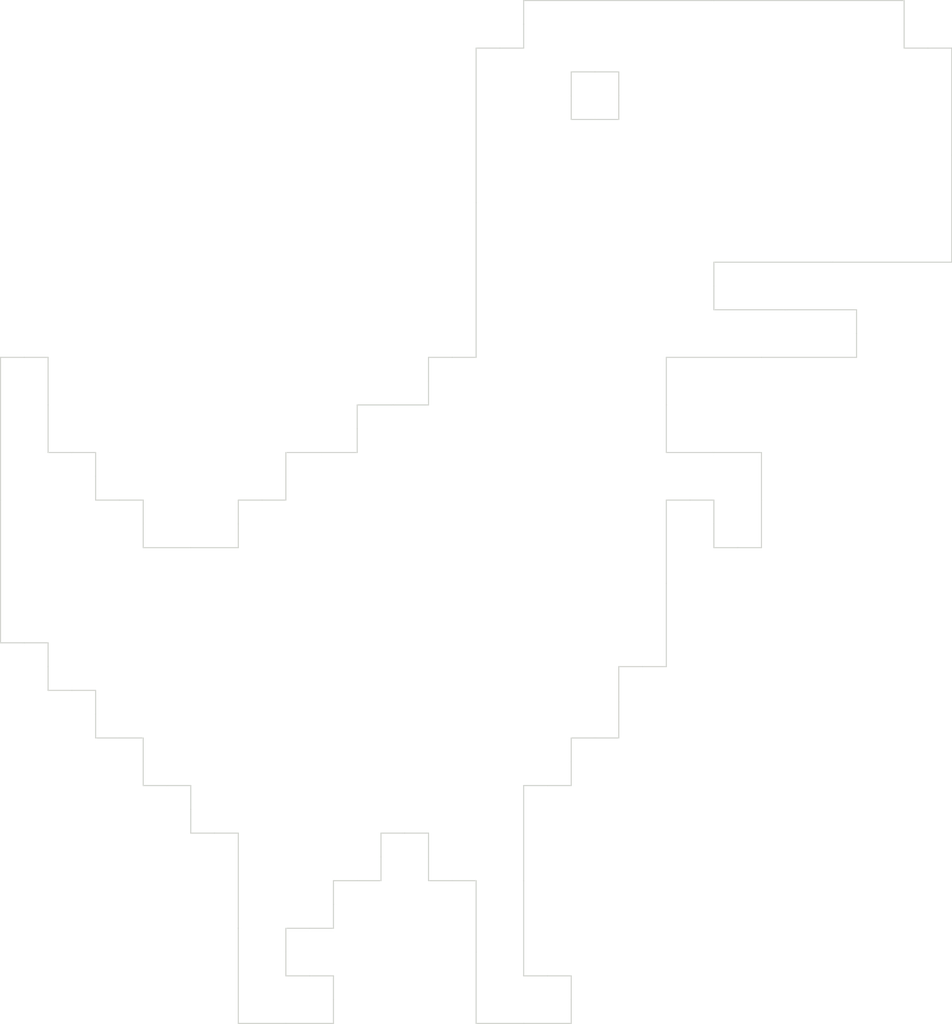
<source format=kicad_pcb>
(kicad_pcb (version 4) (host pcbnew 4.0.6)

  (general
    (links 0)
    (no_connects 0)
    (area 100.279999 51.777999 189.682326 147.878001)
    (thickness 1.6)
    (drawings 142)
    (tracks 0)
    (zones 0)
    (modules 0)
    (nets 1)
  )

  (page A4)
  (layers
    (0 F.Cu signal)
    (31 B.Cu signal)
    (32 B.Adhes user)
    (33 F.Adhes user)
    (34 B.Paste user)
    (35 F.Paste user)
    (36 B.SilkS user)
    (37 F.SilkS user)
    (38 B.Mask user)
    (39 F.Mask user)
    (40 Dwgs.User user)
    (41 Cmts.User user)
    (42 Eco1.User user)
    (43 Eco2.User user)
    (44 Edge.Cuts user)
    (45 Margin user)
    (46 B.CrtYd user)
    (47 F.CrtYd user)
    (48 B.Fab user)
    (49 F.Fab user)
  )

  (setup
    (last_trace_width 0.25)
    (trace_clearance 0.2)
    (zone_clearance 0.508)
    (zone_45_only no)
    (trace_min 0.2)
    (segment_width 0.2)
    (edge_width 0.15)
    (via_size 0.6)
    (via_drill 0.4)
    (via_min_size 0.4)
    (via_min_drill 0.3)
    (uvia_size 0.3)
    (uvia_drill 0.1)
    (uvias_allowed no)
    (uvia_min_size 0.2)
    (uvia_min_drill 0.1)
    (pcb_text_width 0.3)
    (pcb_text_size 1.5 1.5)
    (mod_edge_width 0.15)
    (mod_text_size 1 1)
    (mod_text_width 0.15)
    (pad_size 1.524 1.524)
    (pad_drill 0.762)
    (pad_to_mask_clearance 0.2)
    (aux_axis_origin 0 0)
    (visible_elements FFFFFF7F)
    (pcbplotparams
      (layerselection 0x010f0_80000001)
      (usegerberextensions true)
      (excludeedgelayer true)
      (linewidth 0.100000)
      (plotframeref false)
      (viasonmask false)
      (mode 1)
      (useauxorigin false)
      (hpglpennumber 1)
      (hpglpenspeed 20)
      (hpglpendiameter 15)
      (hpglpenoverlay 2)
      (psnegative false)
      (psa4output false)
      (plotreference true)
      (plotvalue true)
      (plotinvisibletext false)
      (padsonsilk false)
      (subtractmaskfromsilk false)
      (outputformat 1)
      (mirror false)
      (drillshape 0)
      (scaleselection 1)
      (outputdirectory gerber/))
  )

  (net 0 "")

  (net_class Default "This is the default net class."
    (clearance 0.2)
    (trace_width 0.25)
    (via_dia 0.6)
    (via_drill 0.4)
    (uvia_dia 0.3)
    (uvia_drill 0.1)
  )

  (gr_line (start 158.376513 60.758231) (end 158.376513 60.758231) (layer Edge.Cuts) (width 0.1))
  (gr_line (start 158.376513 62.990789) (end 158.376513 60.758231) (layer Edge.Cuts) (width 0.1))
  (gr_line (start 156.143954 62.990789) (end 158.376513 62.990789) (layer Edge.Cuts) (width 0.1))
  (gr_line (start 153.911396 62.990789) (end 156.143954 62.990789) (layer Edge.Cuts) (width 0.1))
  (gr_line (start 153.911396 60.758231) (end 153.911396 62.990789) (layer Edge.Cuts) (width 0.1))
  (gr_line (start 153.911396 58.525672) (end 153.911396 60.758231) (layer Edge.Cuts) (width 0.1))
  (gr_line (start 156.143954 58.525672) (end 153.911396 58.525672) (layer Edge.Cuts) (width 0.1))
  (gr_line (start 158.376513 58.525672) (end 156.143954 58.525672) (layer Edge.Cuts) (width 0.1))
  (gr_line (start 158.376513 60.758231) (end 158.376513 58.525672) (layer Edge.Cuts) (width 0.1))
  (gr_line (start 122.655581 138.897766) (end 122.655581 138.897766) (layer Edge.Cuts) (width 0.1))
  (gr_line (start 122.655581 147.828) (end 122.655581 138.897766) (layer Edge.Cuts) (width 0.1))
  (gr_line (start 127.120698 147.828) (end 122.655581 147.828) (layer Edge.Cuts) (width 0.1))
  (gr_line (start 131.585815 147.828) (end 127.120698 147.828) (layer Edge.Cuts) (width 0.1))
  (gr_line (start 131.585815 145.595442) (end 131.585815 147.828) (layer Edge.Cuts) (width 0.1))
  (gr_line (start 131.585815 143.362883) (end 131.585815 145.595442) (layer Edge.Cuts) (width 0.1))
  (gr_line (start 129.353256 143.362883) (end 131.585815 143.362883) (layer Edge.Cuts) (width 0.1))
  (gr_line (start 127.120698 143.362883) (end 129.353256 143.362883) (layer Edge.Cuts) (width 0.1))
  (gr_line (start 127.120698 141.130325) (end 127.120698 143.362883) (layer Edge.Cuts) (width 0.1))
  (gr_line (start 127.120698 138.897766) (end 127.120698 141.130325) (layer Edge.Cuts) (width 0.1))
  (gr_line (start 129.353256 138.897766) (end 127.120698 138.897766) (layer Edge.Cuts) (width 0.1))
  (gr_line (start 131.585815 138.897766) (end 129.353256 138.897766) (layer Edge.Cuts) (width 0.1))
  (gr_line (start 131.585815 136.665208) (end 131.585815 138.897766) (layer Edge.Cuts) (width 0.1))
  (gr_line (start 131.585815 134.43265) (end 131.585815 136.665208) (layer Edge.Cuts) (width 0.1))
  (gr_line (start 133.818373 134.43265) (end 131.585815 134.43265) (layer Edge.Cuts) (width 0.1))
  (gr_line (start 136.050932 134.43265) (end 133.818373 134.43265) (layer Edge.Cuts) (width 0.1))
  (gr_line (start 136.050932 132.200091) (end 136.050932 134.43265) (layer Edge.Cuts) (width 0.1))
  (gr_line (start 136.050932 129.967533) (end 136.050932 132.200091) (layer Edge.Cuts) (width 0.1))
  (gr_line (start 138.283487 129.967533) (end 136.050932 129.967533) (layer Edge.Cuts) (width 0.1))
  (gr_line (start 140.516046 129.967533) (end 138.283487 129.967533) (layer Edge.Cuts) (width 0.1))
  (gr_line (start 140.516046 132.200091) (end 140.516046 129.967533) (layer Edge.Cuts) (width 0.1))
  (gr_line (start 140.516046 134.43265) (end 140.516046 132.200091) (layer Edge.Cuts) (width 0.1))
  (gr_line (start 142.748604 134.43265) (end 140.516046 134.43265) (layer Edge.Cuts) (width 0.1))
  (gr_line (start 144.981162 134.43265) (end 142.748604 134.43265) (layer Edge.Cuts) (width 0.1))
  (gr_line (start 144.981162 141.130325) (end 144.981162 134.43265) (layer Edge.Cuts) (width 0.1))
  (gr_line (start 144.981162 147.828) (end 144.981162 141.130325) (layer Edge.Cuts) (width 0.1))
  (gr_line (start 149.446279 147.828) (end 144.981162 147.828) (layer Edge.Cuts) (width 0.1))
  (gr_line (start 153.911396 147.828) (end 149.446279 147.828) (layer Edge.Cuts) (width 0.1))
  (gr_line (start 153.911396 145.595442) (end 153.911396 147.828) (layer Edge.Cuts) (width 0.1))
  (gr_line (start 153.911396 143.362883) (end 153.911396 145.595442) (layer Edge.Cuts) (width 0.1))
  (gr_line (start 151.678838 143.362883) (end 153.911396 143.362883) (layer Edge.Cuts) (width 0.1))
  (gr_line (start 149.446279 143.362883) (end 151.678838 143.362883) (layer Edge.Cuts) (width 0.1))
  (gr_line (start 149.446279 134.43265) (end 149.446279 143.362883) (layer Edge.Cuts) (width 0.1))
  (gr_line (start 149.446279 125.502419) (end 149.446279 134.43265) (layer Edge.Cuts) (width 0.1))
  (gr_line (start 151.678838 125.502419) (end 149.446279 125.502419) (layer Edge.Cuts) (width 0.1))
  (gr_line (start 153.911396 125.502419) (end 151.678838 125.502419) (layer Edge.Cuts) (width 0.1))
  (gr_line (start 153.911396 123.26986) (end 153.911396 125.502419) (layer Edge.Cuts) (width 0.1))
  (gr_line (start 153.911396 121.037302) (end 153.911396 123.26986) (layer Edge.Cuts) (width 0.1))
  (gr_line (start 156.143954 121.037302) (end 153.911396 121.037302) (layer Edge.Cuts) (width 0.1))
  (gr_line (start 158.376513 121.037302) (end 156.143954 121.037302) (layer Edge.Cuts) (width 0.1))
  (gr_line (start 158.376513 117.688464) (end 158.376513 121.037302) (layer Edge.Cuts) (width 0.1))
  (gr_line (start 158.376513 114.339627) (end 158.376513 117.688464) (layer Edge.Cuts) (width 0.1))
  (gr_line (start 160.609071 114.339627) (end 158.376513 114.339627) (layer Edge.Cuts) (width 0.1))
  (gr_line (start 162.841627 114.339627) (end 160.609071 114.339627) (layer Edge.Cuts) (width 0.1))
  (gr_line (start 162.841627 106.525672) (end 162.841627 114.339627) (layer Edge.Cuts) (width 0.1))
  (gr_line (start 162.841627 98.711721) (end 162.841627 106.525672) (layer Edge.Cuts) (width 0.1))
  (gr_line (start 165.074185 98.711721) (end 162.841627 98.711721) (layer Edge.Cuts) (width 0.1))
  (gr_line (start 167.306744 98.711721) (end 165.074185 98.711721) (layer Edge.Cuts) (width 0.1))
  (gr_line (start 167.306744 100.944279) (end 167.306744 98.711721) (layer Edge.Cuts) (width 0.1))
  (gr_line (start 167.306744 103.176835) (end 167.306744 100.944279) (layer Edge.Cuts) (width 0.1))
  (gr_line (start 169.539302 103.176835) (end 167.306744 103.176835) (layer Edge.Cuts) (width 0.1))
  (gr_line (start 171.77186 103.176835) (end 169.539302 103.176835) (layer Edge.Cuts) (width 0.1))
  (gr_line (start 171.77186 98.711721) (end 171.77186 103.176835) (layer Edge.Cuts) (width 0.1))
  (gr_line (start 171.77186 94.246604) (end 171.77186 98.711721) (layer Edge.Cuts) (width 0.1))
  (gr_line (start 167.306744 94.246604) (end 171.77186 94.246604) (layer Edge.Cuts) (width 0.1))
  (gr_line (start 162.841627 94.246604) (end 167.306744 94.246604) (layer Edge.Cuts) (width 0.1))
  (gr_line (start 162.841627 89.781487) (end 162.841627 94.246604) (layer Edge.Cuts) (width 0.1))
  (gr_line (start 162.841627 85.31637) (end 162.841627 89.781487) (layer Edge.Cuts) (width 0.1))
  (gr_line (start 171.77186 85.31637) (end 162.841627 85.31637) (layer Edge.Cuts) (width 0.1))
  (gr_line (start 180.702094 85.31637) (end 171.77186 85.31637) (layer Edge.Cuts) (width 0.1))
  (gr_line (start 180.702094 83.083812) (end 180.702094 85.31637) (layer Edge.Cuts) (width 0.1))
  (gr_line (start 180.702094 80.851254) (end 180.702094 83.083812) (layer Edge.Cuts) (width 0.1))
  (gr_line (start 174.004419 80.851254) (end 180.702094 80.851254) (layer Edge.Cuts) (width 0.1))
  (gr_line (start 167.306744 80.851254) (end 174.004419 80.851254) (layer Edge.Cuts) (width 0.1))
  (gr_line (start 167.306744 78.618695) (end 167.306744 80.851254) (layer Edge.Cuts) (width 0.1))
  (gr_line (start 167.306744 76.38614) (end 167.306744 78.618695) (layer Edge.Cuts) (width 0.1))
  (gr_line (start 178.469536 76.38614) (end 167.306744 76.38614) (layer Edge.Cuts) (width 0.1))
  (gr_line (start 189.632325 76.38614) (end 178.469536 76.38614) (layer Edge.Cuts) (width 0.1))
  (gr_line (start 189.632325 66.339627) (end 189.632325 76.38614) (layer Edge.Cuts) (width 0.1))
  (gr_line (start 189.632325 56.293114) (end 189.632325 66.339627) (layer Edge.Cuts) (width 0.1))
  (gr_line (start 187.399766 56.293114) (end 189.632325 56.293114) (layer Edge.Cuts) (width 0.1))
  (gr_line (start 185.167208 56.293114) (end 187.399766 56.293114) (layer Edge.Cuts) (width 0.1))
  (gr_line (start 185.167208 54.060556) (end 185.167208 56.293114) (layer Edge.Cuts) (width 0.1))
  (gr_line (start 185.167208 51.828) (end 185.167208 54.060556) (layer Edge.Cuts) (width 0.1))
  (gr_line (start 167.306744 51.828) (end 185.167208 51.828) (layer Edge.Cuts) (width 0.1))
  (gr_line (start 149.446279 51.828) (end 167.306744 51.828) (layer Edge.Cuts) (width 0.1))
  (gr_line (start 149.446279 54.060556) (end 149.446279 51.828) (layer Edge.Cuts) (width 0.1))
  (gr_line (start 149.446279 56.293114) (end 149.446279 54.060556) (layer Edge.Cuts) (width 0.1))
  (gr_line (start 147.213721 56.293114) (end 149.446279 56.293114) (layer Edge.Cuts) (width 0.1))
  (gr_line (start 144.981162 56.293114) (end 147.213721 56.293114) (layer Edge.Cuts) (width 0.1))
  (gr_line (start 144.981162 70.804744) (end 144.981162 56.293114) (layer Edge.Cuts) (width 0.1))
  (gr_line (start 144.981162 85.31637) (end 144.981162 70.804744) (layer Edge.Cuts) (width 0.1))
  (gr_line (start 142.748604 85.31637) (end 144.981162 85.31637) (layer Edge.Cuts) (width 0.1))
  (gr_line (start 140.516046 85.31637) (end 142.748604 85.31637) (layer Edge.Cuts) (width 0.1))
  (gr_line (start 140.516046 87.548929) (end 140.516046 85.31637) (layer Edge.Cuts) (width 0.1))
  (gr_line (start 140.516046 89.781487) (end 140.516046 87.548929) (layer Edge.Cuts) (width 0.1))
  (gr_line (start 137.167208 89.781487) (end 140.516046 89.781487) (layer Edge.Cuts) (width 0.1))
  (gr_line (start 133.818373 89.781487) (end 137.167208 89.781487) (layer Edge.Cuts) (width 0.1))
  (gr_line (start 133.818373 92.014046) (end 133.818373 89.781487) (layer Edge.Cuts) (width 0.1))
  (gr_line (start 133.818373 94.246604) (end 133.818373 92.014046) (layer Edge.Cuts) (width 0.1))
  (gr_line (start 130.469536 94.246604) (end 133.818373 94.246604) (layer Edge.Cuts) (width 0.1))
  (gr_line (start 127.120698 94.246604) (end 130.469536 94.246604) (layer Edge.Cuts) (width 0.1))
  (gr_line (start 127.120698 96.479162) (end 127.120698 94.246604) (layer Edge.Cuts) (width 0.1))
  (gr_line (start 127.120698 98.711721) (end 127.120698 96.479162) (layer Edge.Cuts) (width 0.1))
  (gr_line (start 124.88814 98.711721) (end 127.120698 98.711721) (layer Edge.Cuts) (width 0.1))
  (gr_line (start 122.655581 98.711721) (end 124.88814 98.711721) (layer Edge.Cuts) (width 0.1))
  (gr_line (start 122.655581 100.944279) (end 122.655581 98.711721) (layer Edge.Cuts) (width 0.1))
  (gr_line (start 122.655581 103.176835) (end 122.655581 100.944279) (layer Edge.Cuts) (width 0.1))
  (gr_line (start 118.190464 103.176835) (end 122.655581 103.176835) (layer Edge.Cuts) (width 0.1))
  (gr_line (start 113.725348 103.176835) (end 118.190464 103.176835) (layer Edge.Cuts) (width 0.1))
  (gr_line (start 113.725348 100.944279) (end 113.725348 103.176835) (layer Edge.Cuts) (width 0.1))
  (gr_line (start 113.725348 98.711721) (end 113.725348 100.944279) (layer Edge.Cuts) (width 0.1))
  (gr_line (start 111.492792 98.711721) (end 113.725348 98.711721) (layer Edge.Cuts) (width 0.1))
  (gr_line (start 109.260234 98.711721) (end 111.492792 98.711721) (layer Edge.Cuts) (width 0.1))
  (gr_line (start 109.260234 96.479162) (end 109.260234 98.711721) (layer Edge.Cuts) (width 0.1))
  (gr_line (start 109.260234 94.246604) (end 109.260234 96.479162) (layer Edge.Cuts) (width 0.1))
  (gr_line (start 107.027675 94.246604) (end 109.260234 94.246604) (layer Edge.Cuts) (width 0.1))
  (gr_line (start 104.795117 94.246604) (end 107.027675 94.246604) (layer Edge.Cuts) (width 0.1))
  (gr_line (start 104.795117 89.781487) (end 104.795117 94.246604) (layer Edge.Cuts) (width 0.1))
  (gr_line (start 104.795117 85.31637) (end 104.795117 89.781487) (layer Edge.Cuts) (width 0.1))
  (gr_line (start 102.562558 85.31637) (end 104.795117 85.31637) (layer Edge.Cuts) (width 0.1))
  (gr_line (start 100.33 85.31637) (end 102.562558 85.31637) (layer Edge.Cuts) (width 0.1))
  (gr_line (start 100.33 98.711721) (end 100.33 85.31637) (layer Edge.Cuts) (width 0.1))
  (gr_line (start 100.33 112.107068) (end 100.33 98.711721) (layer Edge.Cuts) (width 0.1))
  (gr_line (start 102.562558 112.107068) (end 100.33 112.107068) (layer Edge.Cuts) (width 0.1))
  (gr_line (start 104.795117 112.107068) (end 102.562558 112.107068) (layer Edge.Cuts) (width 0.1))
  (gr_line (start 104.795117 114.339627) (end 104.795117 112.107068) (layer Edge.Cuts) (width 0.1))
  (gr_line (start 104.795117 116.572185) (end 104.795117 114.339627) (layer Edge.Cuts) (width 0.1))
  (gr_line (start 107.027675 116.572185) (end 104.795117 116.572185) (layer Edge.Cuts) (width 0.1))
  (gr_line (start 109.260234 116.572185) (end 107.027675 116.572185) (layer Edge.Cuts) (width 0.1))
  (gr_line (start 109.260234 118.804744) (end 109.260234 116.572185) (layer Edge.Cuts) (width 0.1))
  (gr_line (start 109.260234 121.037302) (end 109.260234 118.804744) (layer Edge.Cuts) (width 0.1))
  (gr_line (start 111.492792 121.037302) (end 109.260234 121.037302) (layer Edge.Cuts) (width 0.1))
  (gr_line (start 113.725348 121.037302) (end 111.492792 121.037302) (layer Edge.Cuts) (width 0.1))
  (gr_line (start 113.725348 123.26986) (end 113.725348 121.037302) (layer Edge.Cuts) (width 0.1))
  (gr_line (start 113.725348 125.502419) (end 113.725348 123.26986) (layer Edge.Cuts) (width 0.1))
  (gr_line (start 115.957906 125.502419) (end 113.725348 125.502419) (layer Edge.Cuts) (width 0.1))
  (gr_line (start 118.190464 125.502419) (end 115.957906 125.502419) (layer Edge.Cuts) (width 0.1))
  (gr_line (start 118.190464 127.734974) (end 118.190464 125.502419) (layer Edge.Cuts) (width 0.1))
  (gr_line (start 118.190464 129.967533) (end 118.190464 127.734974) (layer Edge.Cuts) (width 0.1))
  (gr_line (start 120.423023 129.967533) (end 118.190464 129.967533) (layer Edge.Cuts) (width 0.1))
  (gr_line (start 122.655581 129.967533) (end 120.423023 129.967533) (layer Edge.Cuts) (width 0.1))
  (gr_line (start 122.655581 138.897766) (end 122.655581 129.967533) (layer Edge.Cuts) (width 0.1))

)

</source>
